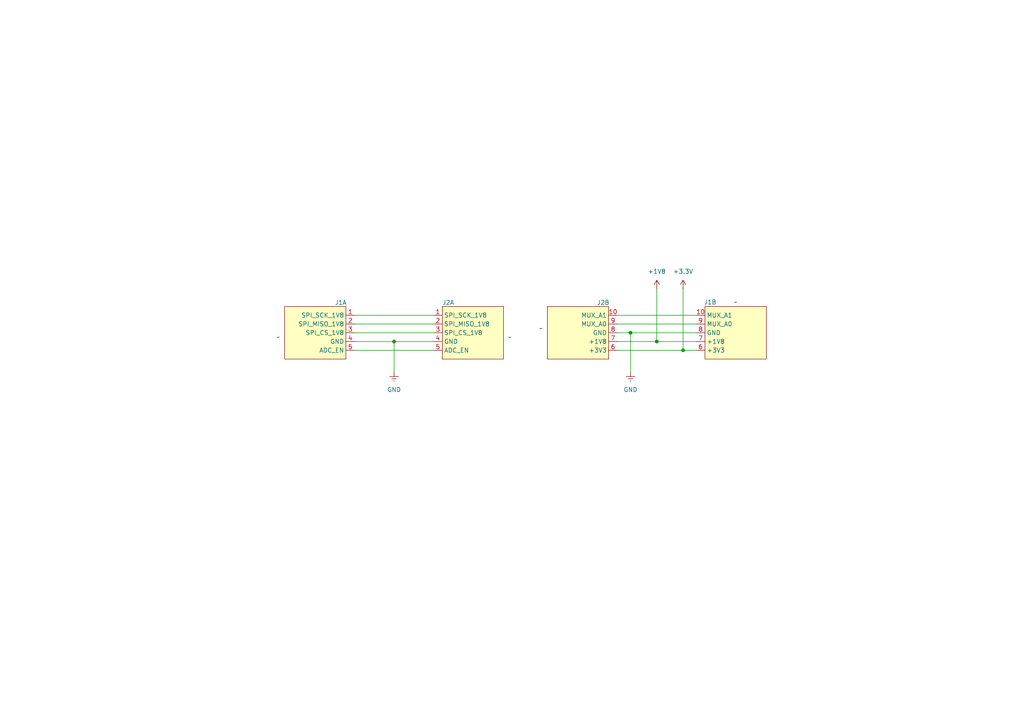
<source format=kicad_sch>
(kicad_sch (version 20231120) (generator "eeschema") (generator_version "8.0")
  (paper "A4")
  (lib_symbols
    (symbol "X-MODs_SchLib:ADC_Board_Header_Conn_2.54mm" (in_bom no)
      (property "Reference" "J" (at 0.508 1.778 0))
      (symbol "ADC_Board_Header_Conn_2.54mm_1_1"
        (rectangle (start 0 0) (end 17.78 -15.24) (stroke (width 0) (color 128 0 0 1)) (fill (type background)))
        (pin passive line (at -2.54 -2.54 0) (length 2.54) (name "SPI_SCK_1V8") (number "1"))
        (pin passive line (at -2.54 -5.08 0) (length 2.54) (name "SPI_MISO_1V8") (number "2"))
        (pin passive line (at -2.54 -7.62 0) (length 2.54) (name "SPI_CS_1V8") (number "3"))
        (pin passive line (at -2.54 -10.16 0) (length 2.54) (name "GND") (number "4"))
        (pin passive line (at -2.54 -12.7 0) (length 2.54) (name "ADC_EN") (number "5"))
      )
      (symbol "ADC_Board_Header_Conn_2.54mm_2_1"
        (rectangle (start 0 0) (end 17.78 -15.24) (stroke (width 0) (color 128 0 0 1)) (fill (type background)))
        (pin passive line (at -2.54 -12.7 0) (length 2.54) (name "MUX_A1") (number "10"))
        (pin passive line (at -2.54 -2.54 0) (length 2.54) (name "+3V3") (number "6"))
        (pin passive line (at -2.54 -5.08 0) (length 2.54) (name "+1V8") (number "7"))
        (pin passive line (at -2.54 -7.62 0) (length 2.54) (name "GND") (number "8"))
        (pin passive line (at -2.54 -10.16 0) (length 2.54) (name "MUX_A0") (number "9"))
      )
    )
    (symbol "X-MODs_SchLib:ADC_Board_Socket_Conn_1.27mm" (in_bom no)
      (property "Reference" "J" (at 0.508 1.778 0))
      (symbol "ADC_Board_Socket_Conn_1.27mm_1_1"
        (rectangle (start 0 0) (end 17.78 -15.24) (stroke (width 0) (color 128 0 0 1)) (fill (type background)))
        (pin passive line (at -2.54 -2.54 0) (length 2.54) (name "SPI_SCK_1V8") (number "1"))
        (pin passive line (at -2.54 -5.08 0) (length 2.54) (name "SPI_MISO_1V8") (number "2"))
        (pin passive line (at -2.54 -7.62 0) (length 2.54) (name "SPI_CS_1V8") (number "3"))
        (pin passive line (at -2.54 -10.16 0) (length 2.54) (name "GND") (number "4"))
        (pin passive line (at -2.54 -12.7 0) (length 2.54) (name "ADC_EN") (number "5"))
      )
      (symbol "ADC_Board_Socket_Conn_1.27mm_2_1"
        (rectangle (start 0 0) (end 17.78 -15.24) (stroke (width 0) (color 128 0 0 1)) (fill (type background)))
        (pin passive line (at -2.54 -12.7 0) (length 2.54) (name "MUX_A1") (number "10"))
        (pin passive line (at -2.54 -2.54 0) (length 2.54) (name "+3V3") (number "6"))
        (pin passive line (at -2.54 -5.08 0) (length 2.54) (name "+1V8") (number "7"))
        (pin passive line (at -2.54 -7.62 0) (length 2.54) (name "GND") (number "8"))
        (pin passive line (at -2.54 -10.16 0) (length 2.54) (name "MUX_A0") (number "9"))
      )
    )
    (symbol "power:+1V8" (power) (pin_numbers hide) (pin_names (offset 0) hide)
      (property "Value" "+1V8" (at 0 3.556 0))
      (symbol "+1V8_0_1"
        (polyline (pts (xy -0.762 1.27) (xy 0 2.54)))
        (polyline (pts (xy 0 0) (xy 0 2.54)))
        (polyline (pts (xy 0 2.54) (xy 0.762 1.27)))
      )
      (symbol "+1V8_1_1"
        (pin power_in line (at 0 0 90) (length 0) (name "~") (number "1"))
      )
    )
    (symbol "power:+3.3V" (power) (pin_numbers hide) (pin_names (offset 0) hide)
      (property "Value" "+3.3V" (at 0 3.556 0))
      (symbol "+3.3V_0_1"
        (polyline (pts (xy -0.762 1.27) (xy 0 2.54)))
        (polyline (pts (xy 0 0) (xy 0 2.54)))
        (polyline (pts (xy 0 2.54) (xy 0.762 1.27)))
      )
      (symbol "+3.3V_1_1"
        (pin power_in line (at 0 0 90) (length 0) (name "~") (number "1"))
      )
    )
    (symbol "power:Earth" (power) (pin_numbers hide) (pin_names (offset 0) hide)
      (property "Value" "Earth" (at 0 -3.81 0))
      (symbol "Earth_0_1"
        (polyline (pts (xy -0.635 -1.905) (xy 0.635 -1.905)))
        (polyline (pts (xy -0.127 -2.54) (xy 0.127 -2.54)))
        (polyline (pts (xy 0 -1.27) (xy 0 0)))
        (polyline (pts (xy 1.27 -1.27) (xy -1.27 -1.27)))
      )
      (symbol "Earth_1_1"
        (pin power_in line (at 0 0 270) (length 0) (name "~") (number "1"))
      )
    )
  )
  (junction (at 198.12 101.6))
  (junction (at 182.88 96.52))
  (junction (at 114.3 99.06))
  (junction (at 190.5 99.06))
  (wire (pts (xy 125.73 91.44) (xy 102.87 91.44)))
  (wire (pts (xy 179.07 99.06) (xy 190.5 99.06)))
  (wire (pts (xy 179.07 101.6) (xy 198.12 101.6)))
  (wire (pts (xy 201.93 91.44) (xy 179.07 91.44)))
  (wire (pts (xy 190.5 83.82) (xy 190.5 99.06)))
  (wire (pts (xy 125.73 96.52) (xy 102.87 96.52)))
  (wire (pts (xy 114.3 99.06) (xy 114.3 107.95)))
  (wire (pts (xy 198.12 101.6) (xy 201.93 101.6)))
  (wire (pts (xy 179.07 96.52) (xy 182.88 96.52)))
  (wire (pts (xy 182.88 96.52) (xy 182.88 107.95)))
  (wire (pts (xy 198.12 83.82) (xy 198.12 101.6)))
  (wire (pts (xy 125.73 101.6) (xy 102.87 101.6)))
  (wire (pts (xy 201.93 93.98) (xy 179.07 93.98)))
  (wire (pts (xy 125.73 93.98) (xy 102.87 93.98)))
  (wire (pts (xy 102.87 99.06) (xy 114.3 99.06)))
  (wire (pts (xy 182.88 96.52) (xy 201.93 96.52)))
  (wire (pts (xy 125.73 99.06) (xy 114.3 99.06)))
  (wire (pts (xy 190.5 99.06) (xy 201.93 99.06)))
  (symbol (lib_id "X-MODs_SchLib:ADC_Board_Socket_Conn_1.27mm") (at 128.27 88.9 0) (unit 1) (in_bom no)
    (property "Reference" "J2" (at 128.27 87.7569 0) (effects (justify left)))
    (property "Value" "~" (at 147.32 97.79 0) (effects (justify left)))
    (property "Footprint" "X-MODs_PcbLib:ADC_Board_Socket_Conn_1.27mm" (effects (hide yes)))
    (property "Description" "ADC_Board_Socket_Conn_1.27mm" (effects (hide yes)))
  )
  (symbol (lib_id "X-MODs_SchLib:ADC_Board_Header_Conn_2.54mm") (at 204.47 104.14 0) (mirror x) (unit 2) (in_bom no)
    (property "Reference" "J1" (at 205.994 87.63 0))
    (property "Value" "~" (at 213.36 87.63 0))
    (property "Footprint" "X-MODs_PcbLib:ADC_Board_Header_Conn_2.54mm" (effects (hide yes)))
    (property "Description" "ADC_Board_Header_Conn_2.54mm" (effects (hide yes)))
  )
  (symbol (lib_id "X-MODs_SchLib:ADC_Board_Header_Conn_2.54mm") (at 100.33 88.9 0) (mirror y) (unit 1) (in_bom no)
    (property "Reference" "J1" (at 100.584 87.7569 0) (effects (justify left)))
    (property "Value" "~" (at 81.28 97.79 0) (effects (justify left)))
    (property "Footprint" "X-MODs_PcbLib:ADC_Board_Header_Conn_2.54mm" (effects (hide yes)))
    (property "Description" "ADC_Board_Header_Conn_2.54mm" (effects (hide yes)))
  )
  (symbol (lib_id "power:+1V8") (at 190.5 83.82 0) (unit 1)
    (property "Reference" "#PWR01" (effects (hide yes)))
    (property "Value" "+1V8" (at 190.5 78.74 0))
    (property "Description" "Power symbol creates a global label with name \"+1V8\"" (effects (hide yes)))
  )
  (symbol (lib_id "power:Earth") (at 114.3 107.95 0) (unit 1)
    (property "Reference" "#PWR03" (effects (hide yes)))
    (property "Value" "GND" (at 114.3 113.03 0))
    (property "Description" "Power symbol creates a global label with name \"Earth\"" (effects (hide yes)))
  )
  (symbol (lib_id "power:+3.3V") (at 198.12 83.82 0) (unit 1)
    (property "Reference" "#PWR02" (effects (hide yes)))
    (property "Value" "+3.3V" (at 198.12 78.74 0))
    (property "Description" "Power symbol creates a global label with name \"+3.3V\"" (effects (hide yes)))
  )
  (symbol (lib_id "X-MODs_SchLib:ADC_Board_Socket_Conn_1.27mm") (at 176.53 104.14 180) (unit 2) (in_bom no)
    (property "Reference" "J2" (at 176.784 87.7571 0) (effects (justify left)))
    (property "Value" "~" (at 157.48 95.25 0) (effects (justify left)))
    (property "Footprint" "X-MODs_PcbLib:ADC_Board_Socket_Conn_1.27mm" (effects (hide yes)))
    (property "Description" "ADC_Board_Socket_Conn_1.27mm" (effects (hide yes)))
  )
  (symbol (lib_id "power:Earth") (at 182.88 107.95 0) (unit 1)
    (property "Reference" "#PWR04" (effects (hide yes)))
    (property "Value" "GND" (at 182.88 113.03 0))
    (property "Description" "Power symbol creates a global label with name \"Earth\"" (effects (hide yes)))
  )
)
</source>
